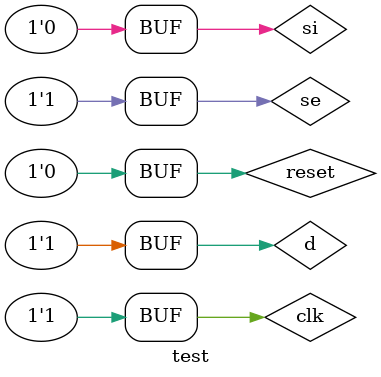
<source format=sv>
module test;

  reg clk;
  reg reset;
  reg d;
  reg se;
  reg si;
  wire q;
  
  // Instantiate design under test
  scan_flop sf(d,si,se,clk,reset,q);

          
  initial begin
    // Dump waves
    $dumpfile("dump.vcd");
    $dumpvars(1);
    
    clk = 0;
    reset = 1;
    d = 1'bx;
    se=0;
    si=0;
    #1;
    d = 1;
    reset = 0;
    #1;
    clk = 1;
    #1;
    clk=0;
    se=1;
    #1;
    clk=1;
    #1;
  end
endmodule
</source>
